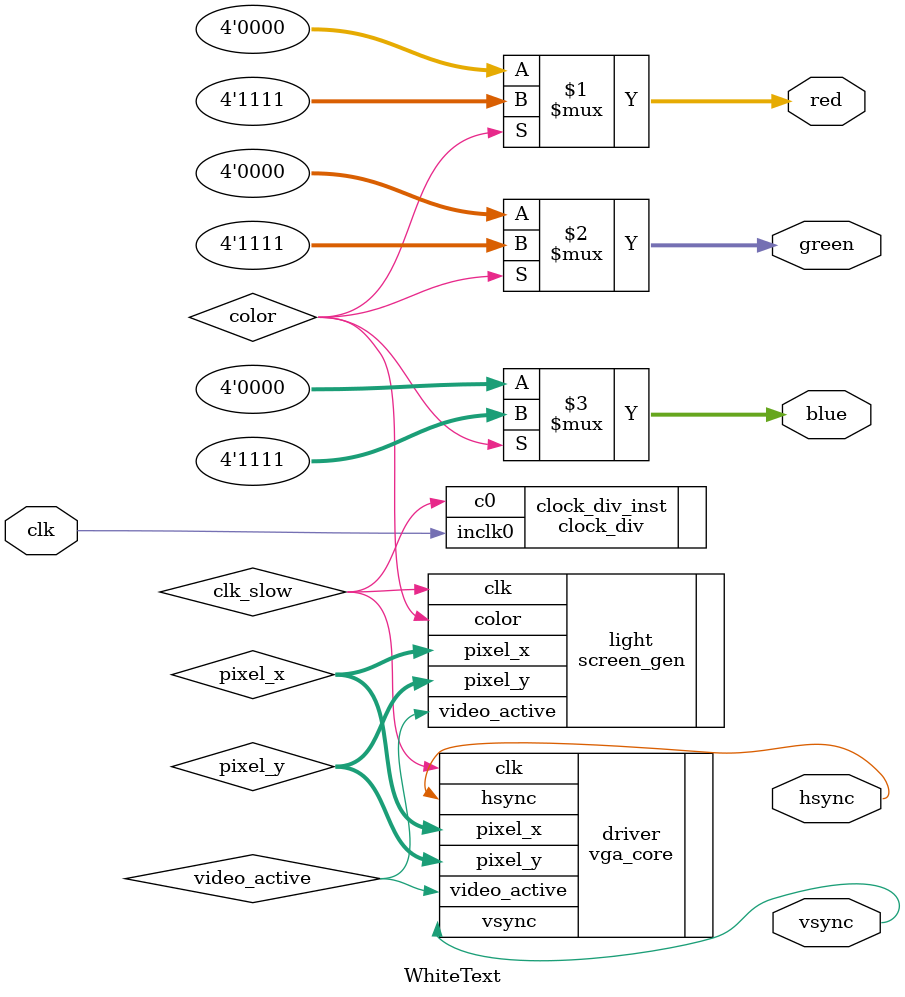
<source format=v>
module WhiteText
(
	input clk,
	output [3:0] red,
	output [3:0] green,
	output [3:0] blue,
	output hsync,
	output vsync
);


wire clk_slow;
wire video_active;
wire [9:0] pixel_x;
wire [9:0] pixel_y;
wire color;

assign red = (color) ? 4'b1111 : 4'b0000;
assign green = (color) ? 4'b1111 : 4'b0000;
assign blue = (color) ? 4'b1111 : 4'b0000;

clock_div clock_div_inst 
(
	.inclk0(clk),
	.c0(clk_slow)
);

vga_core driver
(
	.clk(clk_slow),
	.hsync(hsync),
	.vsync(vsync),
	.video_active(video_active),
	.pixel_x(pixel_x),
	.pixel_y(pixel_y)
);

screen_gen light
(
	.clk(clk_slow),
	.video_active(video_active),
	.pixel_x(pixel_x),
	.pixel_y(pixel_y),
	.color(color)
);

endmodule



</source>
